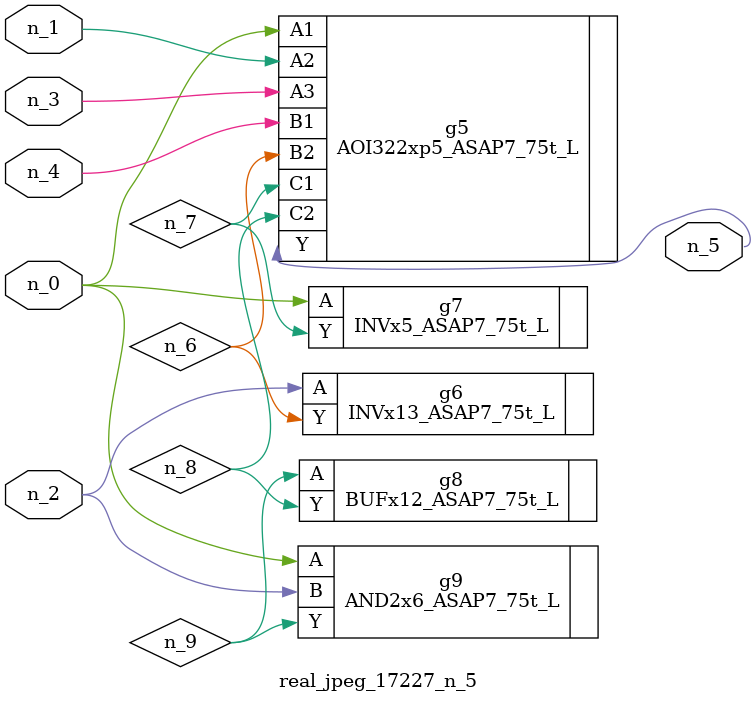
<source format=v>
module real_jpeg_17227_n_5 (n_4, n_0, n_1, n_2, n_3, n_5);

input n_4;
input n_0;
input n_1;
input n_2;
input n_3;

output n_5;

wire n_8;
wire n_6;
wire n_7;
wire n_9;

AOI322xp5_ASAP7_75t_L g5 ( 
.A1(n_0),
.A2(n_1),
.A3(n_3),
.B1(n_4),
.B2(n_6),
.C1(n_7),
.C2(n_8),
.Y(n_5)
);

INVx5_ASAP7_75t_L g7 ( 
.A(n_0),
.Y(n_7)
);

AND2x6_ASAP7_75t_L g9 ( 
.A(n_0),
.B(n_2),
.Y(n_9)
);

INVx13_ASAP7_75t_L g6 ( 
.A(n_2),
.Y(n_6)
);

BUFx12_ASAP7_75t_L g8 ( 
.A(n_9),
.Y(n_8)
);


endmodule
</source>
